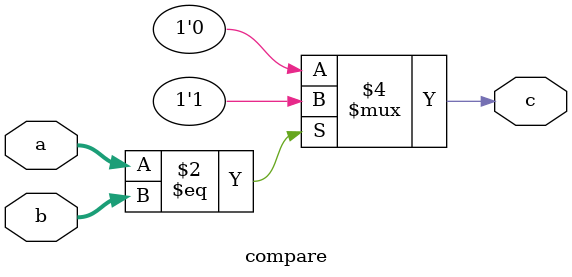
<source format=v>
`timescale 1ns / 1ns
module compare(a,b,c);
parameter N=8;
input [N-1:0] a;
input [N-1:0] b;
output reg c;
always @(a or b) begin
    if(a==b)
      c=1;
    else c=0;
end 
endmodule

</source>
